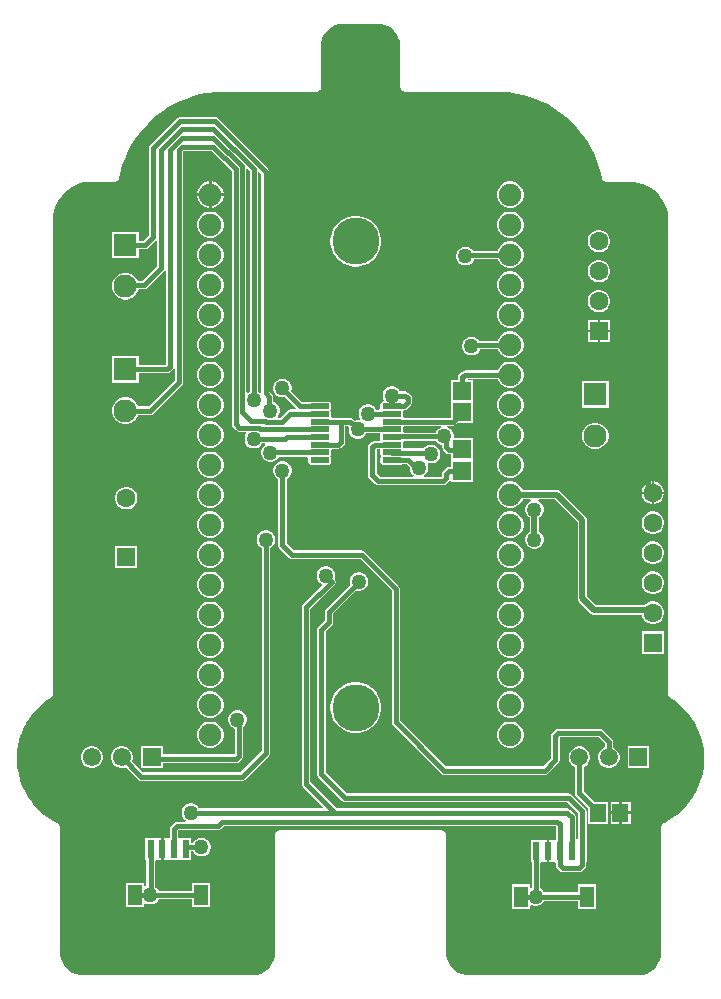
<source format=gtl>
G04*
G04 #@! TF.GenerationSoftware,Altium Limited,Altium Designer,22.0.2 (36)*
G04*
G04 Layer_Physical_Order=1*
G04 Layer_Color=255*
%FSLAX23Y23*%
%MOIN*%
G70*
G04*
G04 #@! TF.SameCoordinates,FFE58276-D16A-40DC-94CB-801E61EA4FAC*
G04*
G04*
G04 #@! TF.FilePolarity,Positive*
G04*
G01*
G75*
%ADD17R,0.024X0.061*%
%ADD18R,0.047X0.071*%
G04:AMPARAMS|DCode=19|XSize=18mil|YSize=63mil|CornerRadius=2mil|HoleSize=0mil|Usage=FLASHONLY|Rotation=90.000|XOffset=0mil|YOffset=0mil|HoleType=Round|Shape=RoundedRectangle|*
%AMROUNDEDRECTD19*
21,1,0.018,0.059,0,0,90.0*
21,1,0.014,0.063,0,0,90.0*
1,1,0.004,0.030,0.007*
1,1,0.004,0.030,-0.007*
1,1,0.004,-0.030,-0.007*
1,1,0.004,-0.030,0.007*
%
%ADD19ROUNDEDRECTD19*%
%ADD20R,0.055X0.061*%
%ADD21R,0.061X0.059*%
%ADD22R,0.061X0.061*%
%ADD38C,0.015*%
%ADD39C,0.020*%
%ADD40C,0.063*%
%ADD41R,0.063X0.063*%
%ADD42C,0.157*%
%ADD43C,0.075*%
%ADD44C,0.077*%
%ADD45R,0.077X0.077*%
%ADD46C,0.061*%
%ADD47C,0.059*%
%ADD48R,0.059X0.059*%
%ADD49C,0.050*%
G36*
X1582Y3575D02*
X1583Y3575D01*
X1584Y3575D01*
X1585Y3575D01*
X1586Y3575D01*
X1586Y3575D01*
X1586Y3575D01*
X1593Y3574D01*
X1606Y3572D01*
X1618Y3566D01*
X1629Y3559D01*
X1638Y3550D01*
X1646Y3540D01*
X1652Y3528D01*
X1656Y3516D01*
X1657Y3509D01*
X1657Y3508D01*
X1657Y3507D01*
X1657Y3506D01*
X1657Y3505D01*
X1657Y3504D01*
X1657Y3504D01*
X1657Y3504D01*
X1657Y3503D01*
X1657Y3502D01*
X1657Y3501D01*
X1657Y3500D01*
X1657Y3500D01*
Y3363D01*
X1659Y3358D01*
X1662Y3353D01*
X1667Y3349D01*
X1673Y3348D01*
X1979D01*
X1985Y3348D01*
X1988Y3348D01*
X1993Y3348D01*
X1999Y3348D01*
X2004Y3347D01*
X2007Y3347D01*
X2007Y3347D01*
X2007Y3347D01*
X2020Y3346D01*
X2046Y3342D01*
X2072Y3336D01*
X2097Y3328D01*
X2110Y3324D01*
X2123Y3318D01*
X2149Y3306D01*
X2173Y3291D01*
X2197Y3275D01*
X2219Y3257D01*
X2239Y3237D01*
X2258Y3215D01*
X2275Y3193D01*
X2283Y3181D01*
X2283Y3181D01*
X2283Y3181D01*
X2291Y3167D01*
X2306Y3138D01*
X2318Y3107D01*
X2328Y3076D01*
X2331Y3060D01*
X2331Y3059D01*
X2332Y3057D01*
X2332Y3056D01*
X2333Y3055D01*
X2334Y3054D01*
X2335Y3052D01*
X2336Y3052D01*
X2337Y3050D01*
X2339Y3050D01*
X2340Y3049D01*
X2341Y3049D01*
X2343Y3048D01*
X2344Y3048D01*
X2346Y3048D01*
X2423Y3048D01*
X2423Y3048D01*
X2423Y3048D01*
X2424Y3048D01*
X2426Y3048D01*
X2427Y3048D01*
X2429Y3048D01*
X2430Y3048D01*
X2437Y3047D01*
X2452Y3045D01*
X2466Y3041D01*
X2480Y3035D01*
X2493Y3028D01*
X2505Y3019D01*
X2516Y3009D01*
X2525Y2997D01*
X2534Y2985D01*
X2540Y2972D01*
X2546Y2958D01*
X2549Y2943D01*
X2550Y2936D01*
X2550Y2935D01*
X2550Y2932D01*
X2551Y2930D01*
X2551Y2928D01*
X2551Y2927D01*
X2551Y2926D01*
X2551Y2924D01*
X2551Y2923D01*
X2551Y2921D01*
X2551Y2920D01*
X2551Y1341D01*
X2551Y1339D01*
X2551Y1337D01*
X2552Y1336D01*
X2552Y1335D01*
X2553Y1333D01*
X2554Y1332D01*
X2555Y1331D01*
X2556Y1330D01*
X2557Y1329D01*
X2558Y1328D01*
X2569Y1321D01*
X2589Y1305D01*
X2608Y1287D01*
X2624Y1267D01*
X2631Y1257D01*
X2631Y1257D01*
X2631Y1257D01*
X2639Y1245D01*
X2651Y1221D01*
X2660Y1196D01*
X2667Y1170D01*
X2669Y1156D01*
X2669Y1154D01*
X2669Y1149D01*
X2670Y1145D01*
X2670Y1140D01*
X2670Y1138D01*
X2670Y1138D01*
X2670Y1138D01*
X2670Y1136D01*
X2671Y1133D01*
X2671Y1130D01*
X2671Y1127D01*
X2671Y1125D01*
X2671Y1125D01*
X2671Y1125D01*
X2671Y1124D01*
X2671Y1121D01*
X2671Y1119D01*
X2671Y1117D01*
X2670Y1115D01*
X2670Y1115D01*
X2670Y1115D01*
X2670Y1108D01*
X2669Y1093D01*
X2666Y1078D01*
X2663Y1063D01*
X2660Y1056D01*
X2658Y1047D01*
X2651Y1030D01*
X2643Y1014D01*
X2634Y998D01*
X2624Y983D01*
X2613Y969D01*
X2601Y956D01*
X2588Y944D01*
X2581Y938D01*
X2581Y938D01*
X2581Y938D01*
X2575Y934D01*
X2564Y926D01*
X2553Y919D01*
X2541Y912D01*
X2535Y909D01*
X2533Y908D01*
X2531Y907D01*
X2531Y906D01*
X2530Y906D01*
X2529Y904D01*
X2528Y902D01*
X2528Y901D01*
X2527Y901D01*
X2527Y898D01*
X2527Y896D01*
X2527Y478D01*
X2527Y478D01*
X2527Y478D01*
X2527Y477D01*
X2527Y476D01*
X2526Y476D01*
X2526Y475D01*
X2526Y474D01*
X2526Y468D01*
X2523Y455D01*
X2518Y443D01*
X2511Y432D01*
X2502Y422D01*
X2491Y414D01*
X2480Y408D01*
X2467Y404D01*
X2461Y403D01*
X2460Y403D01*
X2459Y403D01*
X2457Y403D01*
X2456Y403D01*
X2456Y403D01*
X2456Y403D01*
X2456Y403D01*
X2455Y403D01*
X2454Y403D01*
X2453Y403D01*
X2452Y403D01*
X2452Y403D01*
X2452Y403D01*
X2452Y403D01*
X1887D01*
X1887Y403D01*
X1887Y403D01*
X1886Y403D01*
X1885Y403D01*
X1884Y403D01*
X1883Y403D01*
X1883Y403D01*
X1876Y403D01*
X1863Y406D01*
X1851Y411D01*
X1840Y419D01*
X1831Y427D01*
X1823Y438D01*
X1817Y450D01*
X1813Y462D01*
X1812Y469D01*
X1812Y469D01*
X1812Y471D01*
X1812Y472D01*
X1812Y473D01*
X1812Y474D01*
X1812Y475D01*
X1812Y476D01*
X1812Y477D01*
X1812Y478D01*
X1812Y478D01*
X1812Y478D01*
Y870D01*
X1810Y876D01*
X1807Y881D01*
X1802Y885D01*
X1796Y886D01*
X1255D01*
X1249Y885D01*
X1244Y881D01*
X1241Y876D01*
X1240Y870D01*
X1240Y478D01*
X1240Y478D01*
X1240Y478D01*
X1240Y477D01*
X1240Y476D01*
X1240Y476D01*
X1240Y475D01*
X1240Y474D01*
X1239Y468D01*
X1236Y455D01*
X1231Y443D01*
X1224Y432D01*
X1215Y422D01*
X1205Y414D01*
X1193Y408D01*
X1181Y404D01*
X1174Y403D01*
X1173Y403D01*
X1172Y403D01*
X1171Y403D01*
X1169Y403D01*
X1169Y403D01*
X1169Y403D01*
X1169Y403D01*
X1168Y403D01*
X1167Y403D01*
X1166Y403D01*
X1165Y403D01*
X1165Y403D01*
X1165Y403D01*
X1165Y403D01*
X600D01*
X600Y403D01*
X600Y403D01*
X599Y403D01*
X598Y403D01*
X597Y403D01*
X596Y403D01*
X596Y403D01*
X589Y403D01*
X577Y406D01*
X565Y411D01*
X554Y419D01*
X544Y427D01*
X536Y438D01*
X530Y450D01*
X526Y462D01*
X525Y469D01*
X525Y469D01*
X525Y471D01*
X525Y472D01*
X525Y473D01*
X525Y474D01*
X525Y475D01*
X525Y476D01*
X525Y477D01*
X525Y478D01*
X525Y478D01*
X525Y478D01*
X525Y896D01*
X524Y898D01*
X524Y901D01*
X524Y901D01*
X524Y902D01*
X522Y904D01*
X521Y906D01*
X521Y906D01*
X520Y907D01*
X518Y908D01*
X516Y909D01*
X507Y914D01*
X489Y925D01*
X472Y937D01*
X456Y950D01*
X442Y965D01*
X429Y981D01*
X417Y998D01*
X407Y1016D01*
X398Y1035D01*
X391Y1055D01*
X386Y1075D01*
X382Y1096D01*
X381Y1106D01*
X381Y1108D01*
X381Y1113D01*
X381Y1118D01*
X381Y1123D01*
X381Y1125D01*
X381Y1125D01*
X381Y1125D01*
Y1126D01*
X381Y1127D01*
X381Y1128D01*
X381Y1129D01*
X381Y1130D01*
X381Y1130D01*
X381Y1130D01*
X381Y1132D01*
X381Y1135D01*
X381Y1139D01*
X381Y1143D01*
X381Y1144D01*
X381Y1144D01*
X381Y1144D01*
X382Y1152D01*
X384Y1168D01*
X388Y1184D01*
X392Y1199D01*
X395Y1207D01*
X397Y1212D01*
X401Y1221D01*
X405Y1230D01*
X410Y1239D01*
X412Y1243D01*
X419Y1256D01*
X437Y1280D01*
X458Y1301D01*
X481Y1320D01*
X493Y1328D01*
X494Y1329D01*
X496Y1330D01*
X497Y1331D01*
X497Y1332D01*
X498Y1333D01*
X499Y1335D01*
X499Y1336D01*
X500Y1337D01*
X500Y1339D01*
X500Y1341D01*
Y2920D01*
X500Y2920D01*
X500Y2920D01*
X500Y2921D01*
X500Y2922D01*
X500Y2924D01*
X500Y2926D01*
X500Y2927D01*
X501Y2934D01*
X503Y2949D01*
X508Y2963D01*
X513Y2977D01*
X521Y2990D01*
X530Y3002D01*
X540Y3013D01*
X551Y3022D01*
X563Y3031D01*
X577Y3037D01*
X591Y3043D01*
X605Y3046D01*
X613Y3047D01*
X614Y3047D01*
X616Y3047D01*
X618Y3048D01*
X620Y3048D01*
X621Y3048D01*
X621Y3048D01*
X621Y3048D01*
X622Y3048D01*
X624Y3048D01*
X626Y3048D01*
X627Y3048D01*
X628Y3048D01*
X706Y3048D01*
X707Y3048D01*
X709Y3048D01*
X710Y3049D01*
X711Y3049D01*
X713Y3050D01*
X714Y3050D01*
X715Y3052D01*
X716Y3052D01*
X717Y3054D01*
X718Y3055D01*
X719Y3056D01*
X720Y3057D01*
X720Y3059D01*
X721Y3060D01*
X723Y3071D01*
X728Y3091D01*
X735Y3111D01*
X743Y3131D01*
X747Y3141D01*
X752Y3151D01*
X762Y3170D01*
X774Y3189D01*
X787Y3207D01*
X801Y3224D01*
X816Y3240D01*
X832Y3256D01*
X848Y3270D01*
X857Y3276D01*
X857Y3276D01*
X857Y3276D01*
X866Y3283D01*
X885Y3296D01*
X905Y3307D01*
X925Y3317D01*
X946Y3325D01*
X967Y3333D01*
X989Y3339D01*
X1011Y3343D01*
X1022Y3345D01*
X1026Y3345D01*
X1033Y3346D01*
X1041Y3347D01*
X1048Y3347D01*
X1052Y3348D01*
X1052Y3348D01*
X1054Y3348D01*
X1059Y3348D01*
X1064Y3348D01*
X1070Y3348D01*
X1379D01*
X1385Y3349D01*
X1390Y3353D01*
X1393Y3358D01*
X1394Y3363D01*
Y3500D01*
X1394Y3500D01*
X1394Y3500D01*
X1394Y3500D01*
X1394Y3501D01*
X1394Y3502D01*
X1394Y3503D01*
X1394Y3504D01*
X1394Y3510D01*
X1397Y3523D01*
X1402Y3535D01*
X1410Y3546D01*
X1419Y3556D01*
X1429Y3564D01*
X1441Y3570D01*
X1453Y3574D01*
X1460Y3574D01*
X1460Y3574D01*
X1462Y3575D01*
X1463Y3575D01*
X1464Y3575D01*
X1465Y3575D01*
X1465D01*
X1466Y3575D01*
X1467Y3575D01*
X1467Y3575D01*
X1468Y3575D01*
X1469Y3575D01*
X1582Y3575D01*
X1582Y3575D01*
X1582Y3575D01*
D02*
G37*
%LPC*%
G36*
X1031Y3049D02*
X1029D01*
Y3009D01*
X1069D01*
Y3011D01*
X1066Y3022D01*
X1060Y3032D01*
X1052Y3040D01*
X1042Y3046D01*
X1031Y3049D01*
D02*
G37*
G36*
X1021D02*
X1019D01*
X1008Y3046D01*
X998Y3040D01*
X990Y3032D01*
X984Y3022D01*
X982Y3011D01*
Y3009D01*
X1021D01*
Y3049D01*
D02*
G37*
G36*
X2031D02*
X2019D01*
X2008Y3046D01*
X1998Y3040D01*
X1990Y3032D01*
X1984Y3022D01*
X1982Y3011D01*
Y2999D01*
X1984Y2988D01*
X1990Y2978D01*
X1998Y2970D01*
X2008Y2964D01*
X2019Y2961D01*
X2031D01*
X2042Y2964D01*
X2052Y2970D01*
X2060Y2978D01*
X2066Y2988D01*
X2069Y2999D01*
Y3011D01*
X2066Y3022D01*
X2060Y3032D01*
X2052Y3040D01*
X2042Y3046D01*
X2031Y3049D01*
D02*
G37*
G36*
X1069Y3001D02*
X1029D01*
Y2961D01*
X1031D01*
X1042Y2964D01*
X1052Y2970D01*
X1060Y2978D01*
X1066Y2988D01*
X1069Y2999D01*
Y3001D01*
D02*
G37*
G36*
X1021D02*
X982D01*
Y2999D01*
X984Y2988D01*
X990Y2978D01*
X998Y2970D01*
X1008Y2964D01*
X1019Y2961D01*
X1021D01*
Y3001D01*
D02*
G37*
G36*
X2031Y2948D02*
X2019D01*
X2008Y2946D01*
X1998Y2940D01*
X1990Y2932D01*
X1984Y2922D01*
X1982Y2911D01*
Y2899D01*
X1984Y2888D01*
X1990Y2878D01*
X1998Y2870D01*
X2008Y2864D01*
X2019Y2862D01*
X2031D01*
X2042Y2864D01*
X2052Y2870D01*
X2060Y2878D01*
X2066Y2888D01*
X2069Y2899D01*
Y2911D01*
X2066Y2922D01*
X2060Y2932D01*
X2052Y2940D01*
X2042Y2946D01*
X2031Y2948D01*
D02*
G37*
G36*
X1031D02*
X1019D01*
X1008Y2946D01*
X998Y2940D01*
X990Y2932D01*
X984Y2922D01*
X982Y2911D01*
Y2899D01*
X984Y2888D01*
X990Y2878D01*
X998Y2870D01*
X1008Y2864D01*
X1019Y2862D01*
X1031D01*
X1042Y2864D01*
X1052Y2870D01*
X1060Y2878D01*
X1066Y2888D01*
X1069Y2899D01*
Y2911D01*
X1066Y2922D01*
X1060Y2932D01*
X1052Y2940D01*
X1042Y2946D01*
X1031Y2948D01*
D02*
G37*
G36*
X2031Y2849D02*
X2019D01*
X2008Y2846D01*
X1998Y2840D01*
X1990Y2832D01*
X1984Y2822D01*
X1983Y2816D01*
X1901D01*
X1900Y2819D01*
X1894Y2825D01*
X1887Y2829D01*
X1879Y2831D01*
X1871D01*
X1863Y2829D01*
X1856Y2825D01*
X1850Y2819D01*
X1846Y2812D01*
X1844Y2804D01*
Y2796D01*
X1846Y2788D01*
X1850Y2781D01*
X1856Y2775D01*
X1863Y2771D01*
X1871Y2769D01*
X1879D01*
X1887Y2771D01*
X1894Y2775D01*
X1900Y2781D01*
X1904Y2788D01*
X1904Y2789D01*
X1984D01*
X1984Y2788D01*
X1990Y2778D01*
X1998Y2770D01*
X2008Y2764D01*
X2019Y2761D01*
X2031D01*
X2042Y2764D01*
X2052Y2770D01*
X2060Y2778D01*
X2066Y2788D01*
X2069Y2799D01*
Y2811D01*
X2066Y2822D01*
X2060Y2832D01*
X2052Y2840D01*
X2042Y2846D01*
X2031Y2849D01*
D02*
G37*
G36*
X2325Y2887D02*
X2315D01*
X2306Y2885D01*
X2297Y2880D01*
X2290Y2873D01*
X2285Y2864D01*
X2283Y2855D01*
Y2845D01*
X2285Y2836D01*
X2290Y2827D01*
X2297Y2820D01*
X2306Y2815D01*
X2315Y2813D01*
X2325D01*
X2334Y2815D01*
X2343Y2820D01*
X2350Y2827D01*
X2355Y2836D01*
X2357Y2845D01*
Y2855D01*
X2355Y2864D01*
X2350Y2873D01*
X2343Y2880D01*
X2334Y2885D01*
X2325Y2887D01*
D02*
G37*
G36*
X1518Y2935D02*
X1502D01*
X1485Y2931D01*
X1470Y2925D01*
X1456Y2916D01*
X1444Y2904D01*
X1435Y2890D01*
X1429Y2875D01*
X1425Y2858D01*
Y2842D01*
X1429Y2825D01*
X1435Y2810D01*
X1444Y2796D01*
X1456Y2784D01*
X1470Y2775D01*
X1485Y2769D01*
X1502Y2765D01*
X1518D01*
X1535Y2769D01*
X1550Y2775D01*
X1564Y2784D01*
X1576Y2796D01*
X1585Y2810D01*
X1591Y2825D01*
X1595Y2842D01*
Y2858D01*
X1591Y2875D01*
X1585Y2890D01*
X1576Y2904D01*
X1564Y2916D01*
X1550Y2925D01*
X1535Y2931D01*
X1518Y2935D01*
D02*
G37*
G36*
X1031Y2849D02*
X1019D01*
X1008Y2846D01*
X998Y2840D01*
X990Y2832D01*
X984Y2822D01*
X982Y2811D01*
Y2799D01*
X984Y2788D01*
X990Y2778D01*
X998Y2770D01*
X1008Y2764D01*
X1019Y2761D01*
X1031D01*
X1042Y2764D01*
X1052Y2770D01*
X1060Y2778D01*
X1066Y2788D01*
X1069Y2799D01*
Y2811D01*
X1066Y2822D01*
X1060Y2832D01*
X1052Y2840D01*
X1042Y2846D01*
X1031Y2849D01*
D02*
G37*
G36*
X2325Y2787D02*
X2315D01*
X2306Y2785D01*
X2297Y2780D01*
X2290Y2773D01*
X2285Y2764D01*
X2283Y2755D01*
Y2745D01*
X2285Y2736D01*
X2290Y2727D01*
X2297Y2720D01*
X2306Y2715D01*
X2315Y2713D01*
X2325D01*
X2334Y2715D01*
X2343Y2720D01*
X2350Y2727D01*
X2355Y2736D01*
X2357Y2745D01*
Y2755D01*
X2355Y2764D01*
X2350Y2773D01*
X2343Y2780D01*
X2334Y2785D01*
X2325Y2787D01*
D02*
G37*
G36*
X2031Y2749D02*
X2019D01*
X2008Y2746D01*
X1998Y2740D01*
X1990Y2732D01*
X1984Y2722D01*
X1982Y2711D01*
Y2699D01*
X1984Y2688D01*
X1990Y2678D01*
X1998Y2670D01*
X2008Y2664D01*
X2019Y2661D01*
X2031D01*
X2042Y2664D01*
X2052Y2670D01*
X2060Y2678D01*
X2066Y2688D01*
X2069Y2699D01*
Y2711D01*
X2066Y2722D01*
X2060Y2732D01*
X2052Y2740D01*
X2042Y2746D01*
X2031Y2749D01*
D02*
G37*
G36*
X1031D02*
X1019D01*
X1008Y2746D01*
X998Y2740D01*
X990Y2732D01*
X984Y2722D01*
X982Y2711D01*
Y2699D01*
X984Y2688D01*
X990Y2678D01*
X998Y2670D01*
X1008Y2664D01*
X1019Y2661D01*
X1031D01*
X1042Y2664D01*
X1052Y2670D01*
X1060Y2678D01*
X1066Y2688D01*
X1069Y2699D01*
Y2711D01*
X1066Y2722D01*
X1060Y2732D01*
X1052Y2740D01*
X1042Y2746D01*
X1031Y2749D01*
D02*
G37*
G36*
X2325Y2687D02*
X2315D01*
X2306Y2685D01*
X2297Y2680D01*
X2290Y2673D01*
X2285Y2664D01*
X2283Y2655D01*
Y2645D01*
X2285Y2636D01*
X2290Y2627D01*
X2297Y2620D01*
X2306Y2615D01*
X2315Y2613D01*
X2325D01*
X2334Y2615D01*
X2343Y2620D01*
X2350Y2627D01*
X2355Y2636D01*
X2357Y2645D01*
Y2655D01*
X2355Y2664D01*
X2350Y2673D01*
X2343Y2680D01*
X2334Y2685D01*
X2325Y2687D01*
D02*
G37*
G36*
X2031Y2648D02*
X2019D01*
X2008Y2646D01*
X1998Y2640D01*
X1990Y2632D01*
X1984Y2622D01*
X1982Y2611D01*
Y2599D01*
X1984Y2588D01*
X1990Y2578D01*
X1998Y2570D01*
X2008Y2564D01*
X2019Y2562D01*
X2031D01*
X2042Y2564D01*
X2052Y2570D01*
X2060Y2578D01*
X2066Y2588D01*
X2069Y2599D01*
Y2611D01*
X2066Y2622D01*
X2060Y2632D01*
X2052Y2640D01*
X2042Y2646D01*
X2031Y2648D01*
D02*
G37*
G36*
X1031D02*
X1019D01*
X1008Y2646D01*
X998Y2640D01*
X990Y2632D01*
X984Y2622D01*
X982Y2611D01*
Y2599D01*
X984Y2588D01*
X990Y2578D01*
X998Y2570D01*
X1008Y2564D01*
X1019Y2562D01*
X1031D01*
X1042Y2564D01*
X1052Y2570D01*
X1060Y2578D01*
X1066Y2588D01*
X1069Y2599D01*
Y2611D01*
X1066Y2622D01*
X1060Y2632D01*
X1052Y2640D01*
X1042Y2646D01*
X1031Y2648D01*
D02*
G37*
G36*
X2357Y2587D02*
X2324D01*
Y2554D01*
X2357D01*
Y2587D01*
D02*
G37*
G36*
X2316D02*
X2283D01*
Y2554D01*
X2316D01*
Y2587D01*
D02*
G37*
G36*
X2031Y2549D02*
X2019D01*
X2008Y2546D01*
X1998Y2540D01*
X1990Y2532D01*
X1984Y2522D01*
X1983Y2516D01*
X1921D01*
X1920Y2519D01*
X1914Y2525D01*
X1907Y2529D01*
X1899Y2531D01*
X1891D01*
X1883Y2529D01*
X1876Y2525D01*
X1870Y2519D01*
X1866Y2512D01*
X1864Y2504D01*
Y2496D01*
X1866Y2488D01*
X1870Y2481D01*
X1876Y2475D01*
X1883Y2471D01*
X1891Y2469D01*
X1899D01*
X1907Y2471D01*
X1914Y2475D01*
X1920Y2481D01*
X1924Y2488D01*
X1924Y2489D01*
X1984D01*
X1984Y2488D01*
X1990Y2478D01*
X1998Y2470D01*
X2008Y2464D01*
X2019Y2461D01*
X2031D01*
X2042Y2464D01*
X2052Y2470D01*
X2060Y2478D01*
X2066Y2488D01*
X2069Y2499D01*
Y2511D01*
X2066Y2522D01*
X2060Y2532D01*
X2052Y2540D01*
X2042Y2546D01*
X2031Y2549D01*
D02*
G37*
G36*
X2357Y2546D02*
X2324D01*
Y2513D01*
X2357D01*
Y2546D01*
D02*
G37*
G36*
X2316D02*
X2283D01*
Y2513D01*
X2316D01*
Y2546D01*
D02*
G37*
G36*
X1031Y2549D02*
X1019D01*
X1008Y2546D01*
X998Y2540D01*
X990Y2532D01*
X984Y2522D01*
X982Y2511D01*
Y2499D01*
X984Y2488D01*
X990Y2478D01*
X998Y2470D01*
X1008Y2464D01*
X1019Y2461D01*
X1031D01*
X1042Y2464D01*
X1052Y2470D01*
X1060Y2478D01*
X1066Y2488D01*
X1069Y2499D01*
Y2511D01*
X1066Y2522D01*
X1060Y2532D01*
X1052Y2540D01*
X1042Y2546D01*
X1031Y2549D01*
D02*
G37*
G36*
X1040Y3264D02*
X925D01*
X920Y3263D01*
X916Y3260D01*
X916Y3260D01*
X825Y3169D01*
X822Y3165D01*
X821Y3160D01*
Y2871D01*
X802Y2851D01*
X787D01*
Y2882D01*
X698D01*
Y2793D01*
X787D01*
Y2824D01*
X808D01*
X813Y2825D01*
X817Y2828D01*
X841Y2852D01*
X846Y2850D01*
Y2766D01*
X798Y2717D01*
X784D01*
X778Y2727D01*
X770Y2735D01*
X760Y2741D01*
X748Y2744D01*
X737D01*
X725Y2741D01*
X715Y2735D01*
X707Y2727D01*
X701Y2717D01*
X698Y2706D01*
Y2694D01*
X701Y2683D01*
X707Y2673D01*
X715Y2664D01*
X725Y2659D01*
X737Y2655D01*
X748D01*
X760Y2659D01*
X770Y2664D01*
X778Y2673D01*
X784Y2683D01*
X786Y2690D01*
X803D01*
X809Y2691D01*
X813Y2694D01*
X870Y2750D01*
X871Y2753D01*
X876Y2751D01*
Y2437D01*
X876Y2437D01*
X787D01*
Y2467D01*
X698D01*
Y2378D01*
X787D01*
Y2409D01*
X881D01*
X886Y2410D01*
X891Y2413D01*
X900Y2422D01*
X901Y2424D01*
X906Y2423D01*
Y2386D01*
X819Y2299D01*
X785D01*
X784Y2302D01*
X778Y2312D01*
X770Y2321D01*
X760Y2326D01*
X748Y2329D01*
X737D01*
X725Y2326D01*
X715Y2321D01*
X707Y2312D01*
X701Y2302D01*
X698Y2291D01*
Y2279D01*
X701Y2268D01*
X707Y2258D01*
X715Y2249D01*
X725Y2244D01*
X737Y2241D01*
X748D01*
X760Y2244D01*
X770Y2249D01*
X778Y2258D01*
X784Y2268D01*
X785Y2271D01*
X825D01*
X830Y2272D01*
X835Y2275D01*
X930Y2370D01*
X933Y2375D01*
X934Y2380D01*
Y3149D01*
X936Y3151D01*
X1029D01*
X1096Y3084D01*
Y2240D01*
X1097Y2235D01*
X1100Y2230D01*
X1112Y2219D01*
X1112Y2219D01*
X1116Y2216D01*
X1122Y2215D01*
X1122Y2215D01*
X1144D01*
X1146Y2210D01*
X1145Y2209D01*
X1141Y2202D01*
X1139Y2194D01*
Y2186D01*
X1141Y2178D01*
X1145Y2171D01*
X1151Y2165D01*
X1158Y2161D01*
X1166Y2159D01*
X1174D01*
X1182Y2161D01*
X1189Y2165D01*
X1195Y2171D01*
X1198Y2176D01*
X1207D01*
X1208Y2171D01*
X1206Y2170D01*
X1200Y2164D01*
X1196Y2157D01*
X1194Y2149D01*
Y2141D01*
X1196Y2133D01*
X1200Y2126D01*
X1206Y2120D01*
X1213Y2116D01*
X1221Y2114D01*
X1229D01*
X1237Y2116D01*
X1244Y2120D01*
X1250Y2126D01*
X1253Y2132D01*
X1348D01*
X1352Y2127D01*
Y2114D01*
X1353Y2110D01*
X1355Y2108D01*
X1357Y2106D01*
X1360Y2105D01*
X1419D01*
X1423Y2106D01*
X1425Y2108D01*
X1427Y2110D01*
X1428Y2114D01*
Y2127D01*
X1427Y2130D01*
X1425Y2133D01*
X1427Y2136D01*
X1428Y2139D01*
Y2153D01*
X1431Y2158D01*
X1451D01*
X1456Y2159D01*
X1461Y2162D01*
X1470Y2171D01*
X1473Y2175D01*
X1474Y2180D01*
Y2235D01*
X1483D01*
X1487Y2230D01*
X1486Y2227D01*
Y2219D01*
X1488Y2211D01*
X1492Y2204D01*
X1498Y2198D01*
X1505Y2194D01*
X1513Y2192D01*
X1521D01*
X1529Y2194D01*
X1536Y2198D01*
X1542Y2204D01*
X1545Y2209D01*
X1589D01*
X1592Y2204D01*
Y2190D01*
X1589Y2185D01*
X1574D01*
X1569Y2184D01*
X1564Y2181D01*
X1555Y2173D01*
X1552Y2168D01*
X1551Y2163D01*
Y2070D01*
X1552Y2065D01*
X1555Y2060D01*
X1575Y2040D01*
X1580Y2037D01*
X1585Y2036D01*
X1585Y2036D01*
X1801D01*
X1806Y2037D01*
X1811Y2040D01*
X1820Y2049D01*
X1823Y2054D01*
X1823Y2057D01*
X1828Y2057D01*
Y2047D01*
X1902D01*
Y2120D01*
Y2193D01*
X1838D01*
X1836Y2196D01*
Y2204D01*
X1834Y2212D01*
X1830Y2219D01*
X1824Y2225D01*
X1817Y2229D01*
X1814Y2230D01*
X1815Y2235D01*
X1833D01*
X1838Y2236D01*
X1843Y2239D01*
X1848Y2244D01*
X1902D01*
Y2315D01*
Y2386D01*
X1886D01*
X1884Y2391D01*
X1884Y2391D01*
X1984D01*
X1984Y2388D01*
X1990Y2378D01*
X1998Y2370D01*
X2008Y2364D01*
X2019Y2362D01*
X2031D01*
X2042Y2364D01*
X2052Y2370D01*
X2060Y2378D01*
X2066Y2388D01*
X2069Y2399D01*
Y2411D01*
X2066Y2422D01*
X2060Y2432D01*
X2052Y2440D01*
X2042Y2446D01*
X2031Y2448D01*
X2019D01*
X2008Y2446D01*
X1998Y2440D01*
X1990Y2432D01*
X1984Y2422D01*
X1984Y2419D01*
X1874D01*
X1869Y2418D01*
X1864Y2415D01*
X1855Y2406D01*
X1852Y2401D01*
X1851Y2396D01*
Y2386D01*
X1828D01*
Y2315D01*
Y2264D01*
X1827Y2262D01*
X1671D01*
X1668Y2267D01*
Y2281D01*
X1667Y2282D01*
X1670Y2287D01*
X1671Y2287D01*
X1676Y2288D01*
X1681Y2291D01*
X1694Y2304D01*
X1694Y2304D01*
X1697Y2309D01*
X1698Y2314D01*
Y2326D01*
X1697Y2331D01*
X1694Y2336D01*
X1685Y2345D01*
X1680Y2348D01*
X1675Y2349D01*
X1658D01*
X1655Y2354D01*
X1649Y2360D01*
X1642Y2364D01*
X1634Y2366D01*
X1626D01*
X1618Y2364D01*
X1611Y2360D01*
X1605Y2354D01*
X1601Y2347D01*
X1599Y2339D01*
Y2331D01*
X1601Y2323D01*
X1603Y2320D01*
X1601Y2315D01*
X1597Y2314D01*
X1595Y2312D01*
X1593Y2310D01*
X1592Y2306D01*
Y2293D01*
X1588Y2288D01*
X1578D01*
X1575Y2294D01*
X1569Y2300D01*
X1562Y2304D01*
X1554Y2306D01*
X1546D01*
X1538Y2304D01*
X1531Y2300D01*
X1525Y2294D01*
X1521Y2287D01*
X1519Y2279D01*
Y2271D01*
X1521Y2263D01*
X1524Y2258D01*
X1522Y2255D01*
X1521Y2254D01*
X1513D01*
X1507Y2252D01*
X1501Y2258D01*
X1501Y2258D01*
X1497Y2261D01*
X1492Y2262D01*
X1431D01*
X1428Y2267D01*
Y2281D01*
X1427Y2284D01*
X1425Y2287D01*
X1427Y2290D01*
X1428Y2293D01*
Y2306D01*
X1427Y2310D01*
X1425Y2312D01*
X1423Y2314D01*
X1419Y2315D01*
X1360D01*
X1357Y2314D01*
X1356Y2313D01*
X1331D01*
X1294Y2350D01*
X1296Y2356D01*
Y2364D01*
X1294Y2372D01*
X1290Y2379D01*
X1284Y2385D01*
X1277Y2389D01*
X1269Y2391D01*
X1261D01*
X1253Y2389D01*
X1246Y2385D01*
X1240Y2379D01*
X1236Y2372D01*
X1234Y2364D01*
Y2356D01*
X1236Y2348D01*
X1240Y2341D01*
X1246Y2335D01*
X1253Y2331D01*
X1261Y2329D01*
X1269D01*
X1275Y2331D01*
X1312Y2294D01*
X1310Y2289D01*
X1291D01*
X1291Y2289D01*
X1286Y2288D01*
X1281Y2285D01*
X1257Y2260D01*
X1251D01*
X1249Y2265D01*
X1250Y2266D01*
X1254Y2273D01*
X1256Y2281D01*
Y2289D01*
X1254Y2297D01*
X1250Y2304D01*
X1244Y2310D01*
X1237Y2314D01*
X1235Y2314D01*
Y2332D01*
X1235Y2332D01*
X1234Y2338D01*
X1231Y2342D01*
X1231Y2342D01*
X1222Y2351D01*
Y3081D01*
X1221Y3086D01*
X1218Y3091D01*
X1049Y3260D01*
X1045Y3263D01*
X1040Y3264D01*
D02*
G37*
G36*
X1031Y2448D02*
X1019D01*
X1008Y2446D01*
X998Y2440D01*
X990Y2432D01*
X984Y2422D01*
X982Y2411D01*
Y2399D01*
X984Y2388D01*
X990Y2378D01*
X998Y2370D01*
X1008Y2364D01*
X1019Y2362D01*
X1031D01*
X1042Y2364D01*
X1052Y2370D01*
X1060Y2378D01*
X1066Y2388D01*
X1069Y2399D01*
Y2411D01*
X1066Y2422D01*
X1060Y2432D01*
X1052Y2440D01*
X1042Y2446D01*
X1031Y2448D01*
D02*
G37*
G36*
X2353Y2383D02*
X2264D01*
Y2295D01*
X2353D01*
Y2383D01*
D02*
G37*
G36*
X2031Y2349D02*
X2019D01*
X2008Y2346D01*
X1998Y2340D01*
X1990Y2332D01*
X1984Y2322D01*
X1982Y2311D01*
Y2299D01*
X1984Y2288D01*
X1990Y2278D01*
X1998Y2270D01*
X2008Y2264D01*
X2019Y2261D01*
X2031D01*
X2042Y2264D01*
X2052Y2270D01*
X2060Y2278D01*
X2066Y2288D01*
X2069Y2299D01*
Y2311D01*
X2066Y2322D01*
X2060Y2332D01*
X2052Y2340D01*
X2042Y2346D01*
X2031Y2349D01*
D02*
G37*
G36*
X1031D02*
X1019D01*
X1008Y2346D01*
X998Y2340D01*
X990Y2332D01*
X984Y2322D01*
X982Y2311D01*
Y2299D01*
X984Y2288D01*
X990Y2278D01*
X998Y2270D01*
X1008Y2264D01*
X1019Y2261D01*
X1031D01*
X1042Y2264D01*
X1052Y2270D01*
X1060Y2278D01*
X1066Y2288D01*
X1069Y2299D01*
Y2311D01*
X1066Y2322D01*
X1060Y2332D01*
X1052Y2340D01*
X1042Y2346D01*
X1031Y2349D01*
D02*
G37*
G36*
X2031Y2249D02*
X2019D01*
X2008Y2246D01*
X1998Y2240D01*
X1990Y2232D01*
X1984Y2222D01*
X1982Y2211D01*
Y2199D01*
X1984Y2188D01*
X1990Y2178D01*
X1998Y2170D01*
X2008Y2164D01*
X2019Y2161D01*
X2031D01*
X2042Y2164D01*
X2052Y2170D01*
X2060Y2178D01*
X2066Y2188D01*
X2069Y2199D01*
Y2211D01*
X2066Y2222D01*
X2060Y2232D01*
X2052Y2240D01*
X2042Y2246D01*
X2031Y2249D01*
D02*
G37*
G36*
X1031D02*
X1019D01*
X1008Y2246D01*
X998Y2240D01*
X990Y2232D01*
X984Y2222D01*
X982Y2211D01*
Y2199D01*
X984Y2188D01*
X990Y2178D01*
X998Y2170D01*
X1008Y2164D01*
X1019Y2161D01*
X1031D01*
X1042Y2164D01*
X1052Y2170D01*
X1060Y2178D01*
X1066Y2188D01*
X1069Y2199D01*
Y2211D01*
X1066Y2222D01*
X1060Y2232D01*
X1052Y2240D01*
X1042Y2246D01*
X1031Y2249D01*
D02*
G37*
G36*
X2314Y2245D02*
X2302D01*
X2291Y2242D01*
X2281Y2237D01*
X2273Y2228D01*
X2267Y2218D01*
X2264Y2207D01*
Y2195D01*
X2267Y2184D01*
X2273Y2174D01*
X2281Y2166D01*
X2291Y2160D01*
X2302Y2157D01*
X2314D01*
X2325Y2160D01*
X2335Y2166D01*
X2344Y2174D01*
X2350Y2184D01*
X2353Y2195D01*
Y2207D01*
X2350Y2218D01*
X2344Y2228D01*
X2335Y2237D01*
X2325Y2242D01*
X2314Y2245D01*
D02*
G37*
G36*
X2031Y2148D02*
X2019D01*
X2008Y2146D01*
X1998Y2140D01*
X1990Y2132D01*
X1984Y2122D01*
X1982Y2111D01*
Y2099D01*
X1984Y2088D01*
X1990Y2078D01*
X1998Y2070D01*
X2008Y2064D01*
X2019Y2062D01*
X2031D01*
X2042Y2064D01*
X2052Y2070D01*
X2060Y2078D01*
X2066Y2088D01*
X2069Y2099D01*
Y2111D01*
X2066Y2122D01*
X2060Y2132D01*
X2052Y2140D01*
X2042Y2146D01*
X2031Y2148D01*
D02*
G37*
G36*
X1031D02*
X1019D01*
X1008Y2146D01*
X998Y2140D01*
X990Y2132D01*
X984Y2122D01*
X982Y2111D01*
Y2099D01*
X984Y2088D01*
X990Y2078D01*
X998Y2070D01*
X1008Y2064D01*
X1019Y2062D01*
X1031D01*
X1042Y2064D01*
X1052Y2070D01*
X1060Y2078D01*
X1066Y2088D01*
X1069Y2099D01*
Y2111D01*
X1066Y2122D01*
X1060Y2132D01*
X1052Y2140D01*
X1042Y2146D01*
X1031Y2148D01*
D02*
G37*
G36*
X2505Y2049D02*
X2504D01*
Y2015D01*
X2537D01*
Y2016D01*
X2535Y2025D01*
X2530Y2034D01*
X2523Y2041D01*
X2514Y2046D01*
X2505Y2049D01*
D02*
G37*
G36*
X2496D02*
X2495D01*
X2486Y2046D01*
X2477Y2041D01*
X2470Y2034D01*
X2465Y2025D01*
X2463Y2016D01*
Y2015D01*
X2496D01*
Y2049D01*
D02*
G37*
G36*
X2537Y2007D02*
X2504D01*
Y1974D01*
X2505D01*
X2514Y1976D01*
X2523Y1981D01*
X2530Y1988D01*
X2535Y1997D01*
X2537Y2006D01*
Y2007D01*
D02*
G37*
G36*
X2496D02*
X2463D01*
Y2006D01*
X2465Y1997D01*
X2470Y1988D01*
X2477Y1981D01*
X2486Y1976D01*
X2495Y1974D01*
X2496D01*
Y2007D01*
D02*
G37*
G36*
X1031Y2049D02*
X1019D01*
X1008Y2046D01*
X998Y2040D01*
X990Y2032D01*
X984Y2022D01*
X982Y2011D01*
Y1999D01*
X984Y1988D01*
X990Y1978D01*
X998Y1970D01*
X1008Y1964D01*
X1019Y1962D01*
X1031D01*
X1042Y1964D01*
X1052Y1970D01*
X1060Y1978D01*
X1066Y1988D01*
X1069Y1999D01*
Y2011D01*
X1066Y2022D01*
X1060Y2032D01*
X1052Y2040D01*
X1042Y2046D01*
X1031Y2049D01*
D02*
G37*
G36*
X750Y2031D02*
X740D01*
X731Y2028D01*
X722Y2023D01*
X715Y2016D01*
X710Y2008D01*
X708Y1998D01*
Y1988D01*
X710Y1979D01*
X715Y1970D01*
X722Y1963D01*
X731Y1958D01*
X740Y1956D01*
X750D01*
X759Y1958D01*
X768Y1963D01*
X775Y1970D01*
X780Y1979D01*
X782Y1988D01*
Y1998D01*
X780Y2008D01*
X775Y2016D01*
X768Y2023D01*
X759Y2028D01*
X750Y2031D01*
D02*
G37*
G36*
X2505Y1949D02*
X2495D01*
X2486Y1946D01*
X2477Y1941D01*
X2470Y1934D01*
X2465Y1925D01*
X2463Y1916D01*
Y1906D01*
X2465Y1897D01*
X2470Y1888D01*
X2477Y1881D01*
X2486Y1876D01*
X2495Y1874D01*
X2505D01*
X2514Y1876D01*
X2523Y1881D01*
X2530Y1888D01*
X2535Y1897D01*
X2537Y1906D01*
Y1916D01*
X2535Y1925D01*
X2530Y1934D01*
X2523Y1941D01*
X2514Y1946D01*
X2505Y1949D01*
D02*
G37*
G36*
X2031Y1949D02*
X2019D01*
X2008Y1946D01*
X1998Y1940D01*
X1990Y1932D01*
X1984Y1922D01*
X1982Y1911D01*
Y1899D01*
X1984Y1888D01*
X1990Y1878D01*
X1998Y1870D01*
X2008Y1864D01*
X2019Y1862D01*
X2031D01*
X2042Y1864D01*
X2052Y1870D01*
X2060Y1878D01*
X2066Y1888D01*
X2069Y1899D01*
Y1911D01*
X2066Y1922D01*
X2060Y1932D01*
X2052Y1940D01*
X2042Y1946D01*
X2031Y1949D01*
D02*
G37*
G36*
X1031D02*
X1019D01*
X1008Y1946D01*
X998Y1940D01*
X990Y1932D01*
X984Y1922D01*
X982Y1911D01*
Y1899D01*
X984Y1888D01*
X990Y1878D01*
X998Y1870D01*
X1008Y1864D01*
X1019Y1862D01*
X1031D01*
X1042Y1864D01*
X1052Y1870D01*
X1060Y1878D01*
X1066Y1888D01*
X1069Y1899D01*
Y1911D01*
X1066Y1922D01*
X1060Y1932D01*
X1052Y1940D01*
X1042Y1946D01*
X1031Y1949D01*
D02*
G37*
G36*
X2505Y1849D02*
X2495D01*
X2486Y1846D01*
X2477Y1841D01*
X2470Y1834D01*
X2465Y1825D01*
X2463Y1816D01*
Y1806D01*
X2465Y1797D01*
X2470Y1788D01*
X2477Y1781D01*
X2486Y1776D01*
X2495Y1774D01*
X2505D01*
X2514Y1776D01*
X2523Y1781D01*
X2530Y1788D01*
X2535Y1797D01*
X2537Y1806D01*
Y1816D01*
X2535Y1825D01*
X2530Y1834D01*
X2523Y1841D01*
X2514Y1846D01*
X2505Y1849D01*
D02*
G37*
G36*
X2031Y1849D02*
X2019D01*
X2008Y1846D01*
X1998Y1840D01*
X1990Y1832D01*
X1984Y1822D01*
X1982Y1811D01*
Y1799D01*
X1984Y1788D01*
X1990Y1778D01*
X1998Y1770D01*
X2008Y1764D01*
X2019Y1762D01*
X2031D01*
X2042Y1764D01*
X2052Y1770D01*
X2060Y1778D01*
X2066Y1788D01*
X2069Y1799D01*
Y1811D01*
X2066Y1822D01*
X2060Y1832D01*
X2052Y1840D01*
X2042Y1846D01*
X2031Y1849D01*
D02*
G37*
G36*
X1031D02*
X1019D01*
X1008Y1846D01*
X998Y1840D01*
X990Y1832D01*
X984Y1822D01*
X982Y1811D01*
Y1799D01*
X984Y1788D01*
X990Y1778D01*
X998Y1770D01*
X1008Y1764D01*
X1019Y1762D01*
X1031D01*
X1042Y1764D01*
X1052Y1770D01*
X1060Y1778D01*
X1066Y1788D01*
X1069Y1799D01*
Y1811D01*
X1066Y1822D01*
X1060Y1832D01*
X1052Y1840D01*
X1042Y1846D01*
X1031Y1849D01*
D02*
G37*
G36*
X782Y1834D02*
X708D01*
Y1759D01*
X782D01*
Y1834D01*
D02*
G37*
G36*
X1414Y1766D02*
X1406D01*
X1398Y1764D01*
X1391Y1760D01*
X1385Y1754D01*
X1381Y1747D01*
X1379Y1739D01*
Y1731D01*
X1381Y1723D01*
X1385Y1716D01*
X1391Y1710D01*
X1396Y1707D01*
X1397Y1702D01*
X1334Y1639D01*
X1331Y1634D01*
X1330Y1629D01*
Y1041D01*
X1331Y1036D01*
X1334Y1031D01*
X1402Y963D01*
X1400Y959D01*
X988D01*
X985Y964D01*
X979Y970D01*
X972Y974D01*
X964Y976D01*
X956D01*
X948Y974D01*
X941Y970D01*
X935Y964D01*
X931Y957D01*
X929Y949D01*
Y941D01*
X931Y933D01*
X935Y926D01*
X941Y920D01*
X943Y919D01*
X942Y914D01*
X913D01*
X908Y913D01*
X904Y910D01*
X895Y901D01*
X892Y896D01*
X891Y891D01*
Y863D01*
X887Y859D01*
X883D01*
X882Y859D01*
X869D01*
Y823D01*
Y786D01*
X882D01*
X883Y786D01*
X887D01*
X888Y786D01*
X921D01*
X922Y786D01*
X926D01*
X927Y786D01*
X962D01*
Y816D01*
X967D01*
X970Y811D01*
X976Y805D01*
X983Y801D01*
X991Y799D01*
X999D01*
X1007Y801D01*
X1014Y805D01*
X1020Y811D01*
X1024Y818D01*
X1026Y826D01*
Y834D01*
X1024Y842D01*
X1020Y849D01*
X1014Y855D01*
X1007Y859D01*
X999Y861D01*
X991D01*
X983Y859D01*
X976Y855D01*
X970Y849D01*
X967Y844D01*
X962D01*
Y859D01*
X927D01*
X926Y859D01*
X922D01*
X918Y863D01*
Y886D01*
X919Y886D01*
X1050D01*
X1055Y887D01*
X1060Y890D01*
X1071Y901D01*
X2175D01*
X2176Y901D01*
Y858D01*
X2173Y854D01*
X2168D01*
X2167Y854D01*
X2155D01*
Y818D01*
Y781D01*
X2167D01*
X2168Y781D01*
X2172D01*
X2176Y777D01*
Y769D01*
X2177Y764D01*
X2180Y759D01*
X2189Y750D01*
X2193Y747D01*
X2199Y746D01*
X2255D01*
X2260Y747D01*
X2265Y750D01*
X2274Y759D01*
X2277Y764D01*
X2278Y769D01*
Y779D01*
X2278Y780D01*
X2279Y785D01*
Y950D01*
X2278Y955D01*
X2275Y960D01*
X2230Y1005D01*
X2225Y1008D01*
X2220Y1009D01*
X1481D01*
X1409Y1081D01*
Y1549D01*
X1430Y1570D01*
X1430Y1570D01*
X1433Y1575D01*
X1434Y1580D01*
Y1609D01*
X1510Y1686D01*
X1516Y1684D01*
X1524D01*
X1532Y1686D01*
X1539Y1690D01*
X1545Y1696D01*
X1549Y1703D01*
X1551Y1711D01*
Y1719D01*
X1549Y1727D01*
X1545Y1734D01*
X1539Y1740D01*
X1532Y1744D01*
X1524Y1746D01*
X1516D01*
X1508Y1744D01*
X1501Y1740D01*
X1495Y1734D01*
X1491Y1727D01*
X1489Y1719D01*
Y1711D01*
X1491Y1705D01*
X1410Y1625D01*
X1407Y1620D01*
X1406Y1615D01*
Y1586D01*
X1385Y1565D01*
X1382Y1560D01*
X1381Y1555D01*
Y1075D01*
X1382Y1070D01*
X1385Y1065D01*
X1465Y985D01*
X1470Y982D01*
X1475Y981D01*
X1475Y981D01*
X2214D01*
X2251Y944D01*
Y858D01*
X2247Y855D01*
X2246Y856D01*
X2243Y858D01*
Y931D01*
X2243Y931D01*
X2242Y936D01*
X2239Y940D01*
X2239Y940D01*
X2225Y955D01*
X2220Y958D01*
X2215Y959D01*
X1446D01*
X1358Y1047D01*
Y1623D01*
X1439Y1704D01*
X1442Y1709D01*
X1443Y1714D01*
X1442Y1719D01*
X1439Y1723D01*
X1439Y1723D01*
X1441Y1731D01*
Y1739D01*
X1439Y1747D01*
X1435Y1754D01*
X1429Y1760D01*
X1422Y1764D01*
X1414Y1766D01*
D02*
G37*
G36*
X2505Y1749D02*
X2495D01*
X2486Y1746D01*
X2477Y1741D01*
X2470Y1734D01*
X2465Y1725D01*
X2463Y1716D01*
Y1706D01*
X2465Y1697D01*
X2470Y1688D01*
X2477Y1681D01*
X2486Y1676D01*
X2495Y1674D01*
X2505D01*
X2514Y1676D01*
X2523Y1681D01*
X2530Y1688D01*
X2535Y1697D01*
X2537Y1706D01*
Y1716D01*
X2535Y1725D01*
X2530Y1734D01*
X2523Y1741D01*
X2514Y1746D01*
X2505Y1749D01*
D02*
G37*
G36*
X2031Y1748D02*
X2019D01*
X2008Y1746D01*
X1998Y1740D01*
X1990Y1732D01*
X1984Y1722D01*
X1982Y1711D01*
Y1699D01*
X1984Y1688D01*
X1990Y1678D01*
X1998Y1670D01*
X2008Y1664D01*
X2019Y1661D01*
X2031D01*
X2042Y1664D01*
X2052Y1670D01*
X2060Y1678D01*
X2066Y1688D01*
X2069Y1699D01*
Y1711D01*
X2066Y1722D01*
X2060Y1732D01*
X2052Y1740D01*
X2042Y1746D01*
X2031Y1748D01*
D02*
G37*
G36*
X1031D02*
X1019D01*
X1008Y1746D01*
X998Y1740D01*
X990Y1732D01*
X984Y1722D01*
X982Y1711D01*
Y1699D01*
X984Y1688D01*
X990Y1678D01*
X998Y1670D01*
X1008Y1664D01*
X1019Y1661D01*
X1031D01*
X1042Y1664D01*
X1052Y1670D01*
X1060Y1678D01*
X1066Y1688D01*
X1069Y1699D01*
Y1711D01*
X1066Y1722D01*
X1060Y1732D01*
X1052Y1740D01*
X1042Y1746D01*
X1031Y1748D01*
D02*
G37*
G36*
X2031Y2049D02*
X2019D01*
X2008Y2046D01*
X1998Y2040D01*
X1990Y2032D01*
X1984Y2022D01*
X1982Y2011D01*
Y1999D01*
X1984Y1988D01*
X1990Y1978D01*
X1998Y1970D01*
X2008Y1964D01*
X2019Y1962D01*
X2031D01*
X2042Y1964D01*
X2052Y1970D01*
X2060Y1978D01*
X2066Y1988D01*
X2066Y1989D01*
X2090D01*
X2093Y1984D01*
X2093Y1984D01*
X2086Y1980D01*
X2080Y1974D01*
X2076Y1967D01*
X2074Y1959D01*
Y1951D01*
X2076Y1943D01*
X2080Y1936D01*
X2086Y1930D01*
X2089Y1929D01*
Y1881D01*
X2086Y1880D01*
X2080Y1874D01*
X2076Y1867D01*
X2074Y1859D01*
Y1851D01*
X2076Y1843D01*
X2080Y1836D01*
X2086Y1830D01*
X2093Y1826D01*
X2101Y1824D01*
X2109D01*
X2117Y1826D01*
X2124Y1830D01*
X2130Y1836D01*
X2134Y1843D01*
X2136Y1851D01*
Y1859D01*
X2134Y1867D01*
X2130Y1874D01*
X2124Y1880D01*
X2121Y1881D01*
Y1929D01*
X2124Y1930D01*
X2130Y1936D01*
X2134Y1943D01*
X2136Y1951D01*
Y1959D01*
X2134Y1967D01*
X2130Y1974D01*
X2124Y1980D01*
X2117Y1984D01*
X2117Y1984D01*
X2120Y1989D01*
X2173D01*
X2249Y1913D01*
Y1660D01*
X2250Y1654D01*
X2253Y1648D01*
X2293Y1608D01*
X2299Y1605D01*
X2305Y1604D01*
X2463D01*
X2465Y1597D01*
X2470Y1588D01*
X2477Y1581D01*
X2486Y1576D01*
X2495Y1574D01*
X2505D01*
X2514Y1576D01*
X2523Y1581D01*
X2530Y1588D01*
X2535Y1597D01*
X2537Y1606D01*
Y1616D01*
X2535Y1625D01*
X2530Y1634D01*
X2523Y1641D01*
X2514Y1646D01*
X2505Y1649D01*
X2495D01*
X2486Y1646D01*
X2477Y1641D01*
X2472Y1636D01*
X2312D01*
X2281Y1667D01*
Y1920D01*
X2281Y1920D01*
X2280Y1926D01*
X2277Y1932D01*
X2192Y2017D01*
X2186Y2020D01*
X2180Y2021D01*
X2066D01*
X2066Y2022D01*
X2060Y2032D01*
X2052Y2040D01*
X2042Y2046D01*
X2031Y2049D01*
D02*
G37*
G36*
Y1648D02*
X2019D01*
X2008Y1646D01*
X1998Y1640D01*
X1990Y1632D01*
X1984Y1622D01*
X1982Y1611D01*
Y1599D01*
X1984Y1588D01*
X1990Y1578D01*
X1998Y1570D01*
X2008Y1564D01*
X2019Y1561D01*
X2031D01*
X2042Y1564D01*
X2052Y1570D01*
X2060Y1578D01*
X2066Y1588D01*
X2069Y1599D01*
Y1611D01*
X2066Y1622D01*
X2060Y1632D01*
X2052Y1640D01*
X2042Y1646D01*
X2031Y1648D01*
D02*
G37*
G36*
X1031D02*
X1019D01*
X1008Y1646D01*
X998Y1640D01*
X990Y1632D01*
X984Y1622D01*
X982Y1611D01*
Y1599D01*
X984Y1588D01*
X990Y1578D01*
X998Y1570D01*
X1008Y1564D01*
X1019Y1561D01*
X1031D01*
X1042Y1564D01*
X1052Y1570D01*
X1060Y1578D01*
X1066Y1588D01*
X1069Y1599D01*
Y1611D01*
X1066Y1622D01*
X1060Y1632D01*
X1052Y1640D01*
X1042Y1646D01*
X1031Y1648D01*
D02*
G37*
G36*
X2537Y1549D02*
X2463D01*
Y1474D01*
X2537D01*
Y1549D01*
D02*
G37*
G36*
X2031Y1548D02*
X2019D01*
X2008Y1546D01*
X1998Y1540D01*
X1990Y1532D01*
X1984Y1522D01*
X1982Y1511D01*
Y1499D01*
X1984Y1488D01*
X1990Y1478D01*
X1998Y1470D01*
X2008Y1464D01*
X2019Y1462D01*
X2031D01*
X2042Y1464D01*
X2052Y1470D01*
X2060Y1478D01*
X2066Y1488D01*
X2069Y1499D01*
Y1511D01*
X2066Y1522D01*
X2060Y1532D01*
X2052Y1540D01*
X2042Y1546D01*
X2031Y1548D01*
D02*
G37*
G36*
X1031D02*
X1019D01*
X1008Y1546D01*
X998Y1540D01*
X990Y1532D01*
X984Y1522D01*
X982Y1511D01*
Y1499D01*
X984Y1488D01*
X990Y1478D01*
X998Y1470D01*
X1008Y1464D01*
X1019Y1462D01*
X1031D01*
X1042Y1464D01*
X1052Y1470D01*
X1060Y1478D01*
X1066Y1488D01*
X1069Y1499D01*
Y1511D01*
X1066Y1522D01*
X1060Y1532D01*
X1052Y1540D01*
X1042Y1546D01*
X1031Y1548D01*
D02*
G37*
G36*
X2031Y1449D02*
X2019D01*
X2008Y1446D01*
X1998Y1440D01*
X1990Y1432D01*
X1984Y1422D01*
X1982Y1411D01*
Y1399D01*
X1984Y1388D01*
X1990Y1378D01*
X1998Y1370D01*
X2008Y1364D01*
X2019Y1362D01*
X2031D01*
X2042Y1364D01*
X2052Y1370D01*
X2060Y1378D01*
X2066Y1388D01*
X2069Y1399D01*
Y1411D01*
X2066Y1422D01*
X2060Y1432D01*
X2052Y1440D01*
X2042Y1446D01*
X2031Y1449D01*
D02*
G37*
G36*
X1031D02*
X1019D01*
X1008Y1446D01*
X998Y1440D01*
X990Y1432D01*
X984Y1422D01*
X982Y1411D01*
Y1399D01*
X984Y1388D01*
X990Y1378D01*
X998Y1370D01*
X1008Y1364D01*
X1019Y1362D01*
X1031D01*
X1042Y1364D01*
X1052Y1370D01*
X1060Y1378D01*
X1066Y1388D01*
X1069Y1399D01*
Y1411D01*
X1066Y1422D01*
X1060Y1432D01*
X1052Y1440D01*
X1042Y1446D01*
X1031Y1449D01*
D02*
G37*
G36*
X2031Y1349D02*
X2019D01*
X2008Y1346D01*
X1998Y1340D01*
X1990Y1332D01*
X1984Y1322D01*
X1982Y1311D01*
Y1299D01*
X1984Y1288D01*
X1990Y1278D01*
X1998Y1270D01*
X2008Y1264D01*
X2019Y1262D01*
X2031D01*
X2042Y1264D01*
X2052Y1270D01*
X2060Y1278D01*
X2066Y1288D01*
X2069Y1299D01*
Y1311D01*
X2066Y1322D01*
X2060Y1332D01*
X2052Y1340D01*
X2042Y1346D01*
X2031Y1349D01*
D02*
G37*
G36*
X1031D02*
X1019D01*
X1008Y1346D01*
X998Y1340D01*
X990Y1332D01*
X984Y1322D01*
X982Y1311D01*
Y1299D01*
X984Y1288D01*
X990Y1278D01*
X998Y1270D01*
X1008Y1264D01*
X1019Y1262D01*
X1031D01*
X1042Y1264D01*
X1052Y1270D01*
X1060Y1278D01*
X1066Y1288D01*
X1069Y1299D01*
Y1311D01*
X1066Y1322D01*
X1060Y1332D01*
X1052Y1340D01*
X1042Y1346D01*
X1031Y1349D01*
D02*
G37*
G36*
X1518Y1380D02*
X1502D01*
X1485Y1376D01*
X1470Y1370D01*
X1456Y1361D01*
X1444Y1349D01*
X1435Y1335D01*
X1429Y1320D01*
X1425Y1303D01*
Y1287D01*
X1429Y1270D01*
X1435Y1255D01*
X1444Y1241D01*
X1456Y1229D01*
X1470Y1220D01*
X1485Y1214D01*
X1502Y1210D01*
X1518D01*
X1535Y1214D01*
X1550Y1220D01*
X1564Y1229D01*
X1576Y1241D01*
X1585Y1255D01*
X1591Y1270D01*
X1595Y1287D01*
Y1303D01*
X1591Y1320D01*
X1585Y1335D01*
X1576Y1349D01*
X1564Y1361D01*
X1550Y1370D01*
X1535Y1376D01*
X1518Y1380D01*
D02*
G37*
G36*
X2031Y1248D02*
X2019D01*
X2008Y1246D01*
X1998Y1240D01*
X1990Y1232D01*
X1984Y1222D01*
X1982Y1211D01*
Y1199D01*
X1984Y1188D01*
X1990Y1178D01*
X1998Y1170D01*
X2008Y1164D01*
X2019Y1161D01*
X2031D01*
X2042Y1164D01*
X2052Y1170D01*
X2060Y1178D01*
X2066Y1188D01*
X2069Y1199D01*
Y1211D01*
X2066Y1222D01*
X2060Y1232D01*
X2052Y1240D01*
X2042Y1246D01*
X2031Y1248D01*
D02*
G37*
G36*
X1031D02*
X1019D01*
X1008Y1246D01*
X998Y1240D01*
X990Y1232D01*
X984Y1222D01*
X982Y1211D01*
Y1199D01*
X984Y1188D01*
X990Y1178D01*
X998Y1170D01*
X1008Y1164D01*
X1019Y1161D01*
X1031D01*
X1042Y1164D01*
X1052Y1170D01*
X1060Y1178D01*
X1066Y1188D01*
X1069Y1199D01*
Y1211D01*
X1066Y1222D01*
X1060Y1232D01*
X1052Y1240D01*
X1042Y1246D01*
X1031Y1248D01*
D02*
G37*
G36*
X1119Y1286D02*
X1111D01*
X1103Y1284D01*
X1096Y1280D01*
X1090Y1274D01*
X1086Y1267D01*
X1084Y1259D01*
Y1251D01*
X1086Y1243D01*
X1090Y1236D01*
X1096Y1230D01*
X1103Y1226D01*
X1106Y1225D01*
Y1139D01*
X1106Y1139D01*
X867D01*
Y1167D01*
X793D01*
Y1093D01*
X867D01*
Y1111D01*
X1111D01*
X1116Y1112D01*
X1121Y1115D01*
X1130Y1124D01*
X1133Y1129D01*
X1134Y1134D01*
Y1230D01*
X1134Y1230D01*
X1140Y1236D01*
X1144Y1243D01*
X1146Y1251D01*
Y1259D01*
X1144Y1267D01*
X1140Y1274D01*
X1134Y1280D01*
X1127Y1284D01*
X1119Y1286D01*
D02*
G37*
G36*
X2487Y1166D02*
X2416D01*
Y1094D01*
X2487D01*
Y1166D01*
D02*
G37*
G36*
X1269Y2116D02*
X1261D01*
X1253Y2114D01*
X1246Y2110D01*
X1240Y2104D01*
X1236Y2097D01*
X1234Y2089D01*
Y2081D01*
X1236Y2073D01*
X1240Y2066D01*
X1246Y2060D01*
X1251Y2057D01*
Y1838D01*
X1252Y1833D01*
X1255Y1828D01*
X1288Y1795D01*
X1288Y1795D01*
X1293Y1792D01*
X1298Y1791D01*
X1524D01*
X1629Y1687D01*
Y1247D01*
X1630Y1242D01*
X1633Y1238D01*
X1795Y1075D01*
X1795Y1075D01*
X1800Y1072D01*
X1805Y1071D01*
X2140D01*
X2145Y1072D01*
X2150Y1075D01*
X2185Y1110D01*
X2188Y1115D01*
X2189Y1120D01*
X2189Y1120D01*
Y1196D01*
X2189Y1196D01*
X2319D01*
X2340Y1175D01*
Y1163D01*
X2332Y1158D01*
X2325Y1152D01*
X2320Y1144D01*
X2318Y1135D01*
Y1125D01*
X2320Y1116D01*
X2325Y1108D01*
X2332Y1102D01*
X2340Y1097D01*
X2349Y1094D01*
X2358D01*
X2367Y1097D01*
X2375Y1102D01*
X2382Y1108D01*
X2387Y1116D01*
X2389Y1125D01*
Y1135D01*
X2387Y1144D01*
X2382Y1152D01*
X2375Y1158D01*
X2367Y1163D01*
Y1181D01*
X2367Y1181D01*
X2366Y1186D01*
X2363Y1191D01*
X2334Y1220D01*
X2330Y1223D01*
X2324Y1224D01*
X2184D01*
X2179Y1223D01*
X2174Y1220D01*
X2165Y1211D01*
X2162Y1206D01*
X2161Y1201D01*
Y1126D01*
X2134Y1099D01*
X1811D01*
X1656Y1253D01*
Y1692D01*
X1656Y1692D01*
X1655Y1698D01*
X1652Y1702D01*
X1540Y1815D01*
X1535Y1818D01*
X1530Y1819D01*
X1304D01*
X1279Y1844D01*
Y2057D01*
X1284Y2060D01*
X1290Y2066D01*
X1294Y2073D01*
X1296Y2081D01*
Y2089D01*
X1294Y2097D01*
X1290Y2104D01*
X1284Y2110D01*
X1277Y2114D01*
X1269Y2116D01*
D02*
G37*
G36*
X635Y1167D02*
X625D01*
X616Y1164D01*
X608Y1159D01*
X601Y1152D01*
X596Y1144D01*
X593Y1135D01*
Y1125D01*
X596Y1116D01*
X601Y1108D01*
X608Y1101D01*
X616Y1096D01*
X625Y1093D01*
X635D01*
X644Y1096D01*
X652Y1101D01*
X659Y1108D01*
X664Y1116D01*
X667Y1125D01*
Y1135D01*
X664Y1144D01*
X659Y1152D01*
X652Y1159D01*
X644Y1164D01*
X635Y1167D01*
D02*
G37*
G36*
X1214Y1886D02*
X1206D01*
X1198Y1884D01*
X1191Y1880D01*
X1185Y1874D01*
X1181Y1867D01*
X1179Y1859D01*
Y1851D01*
X1181Y1843D01*
X1185Y1836D01*
X1191Y1830D01*
X1196Y1827D01*
Y1151D01*
X1124Y1079D01*
X801D01*
X764Y1116D01*
X764Y1116D01*
X767Y1125D01*
Y1135D01*
X764Y1144D01*
X759Y1152D01*
X752Y1159D01*
X744Y1164D01*
X735Y1167D01*
X725D01*
X716Y1164D01*
X708Y1159D01*
X701Y1152D01*
X696Y1144D01*
X693Y1135D01*
Y1125D01*
X696Y1116D01*
X701Y1108D01*
X708Y1101D01*
X716Y1096D01*
X725Y1093D01*
X735D01*
X744Y1096D01*
X744Y1096D01*
X785Y1055D01*
X790Y1052D01*
X795Y1051D01*
X795Y1051D01*
X1130D01*
X1135Y1052D01*
X1140Y1055D01*
X1220Y1135D01*
X1223Y1140D01*
X1224Y1145D01*
X1224Y1145D01*
Y1827D01*
X1229Y1830D01*
X1235Y1836D01*
X1239Y1843D01*
X1241Y1851D01*
Y1859D01*
X1239Y1867D01*
X1235Y1874D01*
X1229Y1880D01*
X1222Y1884D01*
X1214Y1886D01*
D02*
G37*
G36*
X2426Y982D02*
X2396D01*
Y949D01*
X2426D01*
Y982D01*
D02*
G37*
G36*
X2388D02*
X2359D01*
Y949D01*
X2388D01*
Y982D01*
D02*
G37*
G36*
X2426Y941D02*
X2396D01*
Y908D01*
X2426D01*
Y941D01*
D02*
G37*
G36*
X2388D02*
X2359D01*
Y908D01*
X2388D01*
Y941D01*
D02*
G37*
G36*
X2260Y1166D02*
X2250D01*
X2241Y1163D01*
X2233Y1158D01*
X2227Y1152D01*
X2222Y1144D01*
X2219Y1135D01*
Y1125D01*
X2222Y1116D01*
X2227Y1108D01*
X2233Y1102D01*
X2241Y1097D01*
Y1011D01*
X2242Y1005D01*
X2245Y1001D01*
X2284Y962D01*
Y908D01*
X2351D01*
Y982D01*
X2304D01*
X2269Y1016D01*
Y1097D01*
X2277Y1102D01*
X2283Y1108D01*
X2288Y1116D01*
X2291Y1125D01*
Y1135D01*
X2288Y1144D01*
X2283Y1152D01*
X2277Y1158D01*
X2269Y1163D01*
X2260Y1166D01*
D02*
G37*
G36*
X847Y859D02*
X844D01*
X842Y859D01*
X808D01*
Y786D01*
X812D01*
Y701D01*
X809Y699D01*
X804Y702D01*
Y711D01*
X745D01*
Y629D01*
X804D01*
Y640D01*
X809Y643D01*
X813Y641D01*
X821Y639D01*
X829D01*
X837Y641D01*
X844Y645D01*
X850Y651D01*
X853Y656D01*
X965D01*
Y629D01*
X1025D01*
Y711D01*
X965D01*
Y684D01*
X853D01*
X850Y689D01*
X844Y695D01*
X839Y697D01*
Y783D01*
X843Y786D01*
X847D01*
X849Y786D01*
X861D01*
Y823D01*
Y859D01*
X849D01*
X847Y859D01*
D02*
G37*
G36*
X2133Y854D02*
X2129D01*
X2128Y854D01*
X2093D01*
Y781D01*
X2097D01*
Y696D01*
X2095Y695D01*
X2090Y698D01*
Y706D01*
X2030D01*
Y624D01*
X2090D01*
Y635D01*
X2095Y638D01*
X2098Y636D01*
X2106Y634D01*
X2114D01*
X2122Y636D01*
X2129Y640D01*
X2135Y646D01*
X2138Y651D01*
X2251D01*
Y624D01*
X2310D01*
Y706D01*
X2251D01*
Y679D01*
X2138D01*
X2135Y684D01*
X2129Y690D01*
X2124Y693D01*
Y778D01*
X2128Y781D01*
X2133D01*
X2134Y781D01*
X2147D01*
Y818D01*
Y854D01*
X2134D01*
X2133Y854D01*
D02*
G37*
%LPD*%
G36*
X1195Y3075D02*
Y2346D01*
X1192Y2344D01*
X1190Y2344D01*
X1189Y2345D01*
X1184Y2348D01*
Y3080D01*
X1188Y3082D01*
X1195Y3075D01*
D02*
G37*
G36*
X1156Y3084D02*
Y2348D01*
X1151Y2345D01*
X1150Y2344D01*
X1145Y2346D01*
Y3089D01*
X1150Y3091D01*
X1156Y3084D01*
D02*
G37*
G36*
X1796Y2230D02*
X1793Y2229D01*
X1786Y2225D01*
X1780Y2219D01*
X1776Y2212D01*
X1672D01*
X1668Y2216D01*
Y2230D01*
X1671Y2235D01*
X1795D01*
X1796Y2230D01*
D02*
G37*
G36*
X1780Y2181D02*
X1786Y2175D01*
X1793Y2171D01*
X1798Y2170D01*
Y2164D01*
X1799Y2159D01*
X1802Y2154D01*
X1811Y2145D01*
X1815Y2142D01*
X1820Y2141D01*
X1828D01*
Y2097D01*
X1819D01*
X1814Y2096D01*
X1809Y2093D01*
X1800Y2085D01*
X1797Y2080D01*
X1796Y2075D01*
Y2064D01*
X1796Y2064D01*
X1738D01*
X1737Y2069D01*
X1739Y2070D01*
X1745Y2076D01*
X1749Y2083D01*
X1751Y2091D01*
Y2099D01*
X1749Y2106D01*
X1752Y2109D01*
X1753Y2110D01*
X1756Y2109D01*
X1764D01*
X1772Y2111D01*
X1779Y2115D01*
X1785Y2121D01*
X1789Y2128D01*
X1791Y2136D01*
Y2144D01*
X1789Y2152D01*
X1785Y2159D01*
X1779Y2165D01*
X1772Y2169D01*
X1764Y2171D01*
X1756D01*
X1748Y2169D01*
X1741Y2165D01*
X1735Y2159D01*
X1735Y2159D01*
X1671D01*
X1670Y2159D01*
X1668Y2164D01*
X1668Y2165D01*
Y2179D01*
X1667Y2180D01*
X1670Y2184D01*
X1671Y2185D01*
X1778D01*
X1780Y2181D01*
D02*
G37*
G36*
X1592Y2153D02*
Y2139D01*
X1593Y2136D01*
X1595Y2133D01*
X1593Y2130D01*
X1592Y2127D01*
Y2114D01*
X1593Y2110D01*
X1595Y2108D01*
X1597Y2106D01*
X1601Y2105D01*
X1660D01*
X1663Y2106D01*
X1664Y2107D01*
X1679D01*
X1689Y2097D01*
Y2091D01*
X1691Y2083D01*
X1695Y2076D01*
X1701Y2070D01*
X1703Y2069D01*
X1702Y2064D01*
X1591D01*
X1579Y2076D01*
Y2157D01*
X1579Y2158D01*
X1589D01*
X1592Y2153D01*
D02*
G37*
D17*
X944Y823D02*
D03*
X904D02*
D03*
X865D02*
D03*
X826D02*
D03*
X2229Y818D02*
D03*
X2190D02*
D03*
X2151D02*
D03*
X2111D02*
D03*
D18*
X775Y670D02*
D03*
X995D02*
D03*
X2060Y665D02*
D03*
X2280D02*
D03*
D19*
X1390Y2300D02*
D03*
Y2274D02*
D03*
Y2248D02*
D03*
Y2223D02*
D03*
Y2197D02*
D03*
Y2172D02*
D03*
Y2146D02*
D03*
Y2120D02*
D03*
X1630Y2300D02*
D03*
Y2274D02*
D03*
Y2248D02*
D03*
Y2223D02*
D03*
Y2197D02*
D03*
Y2172D02*
D03*
Y2146D02*
D03*
Y2120D02*
D03*
D20*
X2318Y945D02*
D03*
X2392D02*
D03*
D21*
X1865Y2350D02*
D03*
Y2280D02*
D03*
D22*
Y2156D02*
D03*
Y2084D02*
D03*
X830Y1130D02*
D03*
D38*
X2485Y2020D02*
Y2121D01*
X2480Y2126D02*
X2485Y2121D01*
X1898Y2503D02*
X2023D01*
X1895Y2500D02*
X1898Y2503D01*
X2023D02*
X2025Y2505D01*
X1420Y1580D02*
Y1615D01*
X1520Y1715D01*
X1395Y1555D02*
X1420Y1580D01*
X1395Y1075D02*
Y1555D01*
Y1075D02*
X1475Y995D01*
X2220D01*
X2265Y950D01*
Y785D02*
Y950D01*
X2264Y769D02*
Y784D01*
X2265Y785D01*
X2255Y760D02*
X2264Y769D01*
X2199Y760D02*
X2255D01*
X2190Y769D02*
X2199Y760D01*
X2190Y769D02*
Y818D01*
X960Y945D02*
X1440D01*
X1344Y1041D02*
X1440Y945D01*
X1344Y1041D02*
Y1629D01*
X1440Y945D02*
X2215D01*
X1878Y2803D02*
X2023D01*
X1875Y2800D02*
X1878Y2803D01*
X2023D02*
X2025Y2805D01*
X1410Y1733D02*
X1429Y1714D01*
X1344Y1629D02*
X1429Y1714D01*
X1410Y1733D02*
Y1735D01*
X1585Y2050D02*
X1801D01*
X1565Y2070D02*
X1585Y2050D01*
X1810Y2075D02*
X1819Y2084D01*
X1810Y2059D02*
Y2075D01*
X1819Y2084D02*
X1865D01*
X1801Y2050D02*
X1810Y2059D01*
X1565Y2070D02*
Y2163D01*
X1574Y2172D02*
X1630D01*
X1565Y2163D02*
X1574Y2172D01*
X1874Y2405D02*
X2025D01*
X1865Y2396D02*
X1874Y2405D01*
X1865Y2350D02*
Y2396D01*
X1833Y2248D02*
X1864Y2280D01*
X1865D01*
X1630Y2248D02*
X1833D01*
X1460D02*
X1492D01*
X1390D02*
X1460D01*
X1451Y2172D02*
X1460Y2180D01*
X1390Y2172D02*
X1451D01*
X1460Y2180D02*
Y2248D01*
X1517Y2223D02*
X1630D01*
X1492Y2248D02*
X1500Y2240D01*
X1517Y2223D01*
X1631Y2199D02*
X1804D01*
X1630Y2197D02*
X1631Y2199D01*
X1804D02*
X1805Y2200D01*
X1812Y2164D02*
X1820Y2155D01*
X1812Y2164D02*
Y2193D01*
X1864Y2155D02*
X1865Y2156D01*
X1820Y2155D02*
X1864D01*
X1805Y2200D02*
X1812Y2193D01*
X1130Y1065D02*
X1210Y1145D01*
Y1855D01*
X795Y1065D02*
X1130D01*
X730Y1130D02*
X795Y1065D01*
X1111Y1125D02*
X1120Y1134D01*
Y1250D01*
X830Y1130D02*
X835Y1125D01*
X1111D01*
X1115Y1255D02*
X1120Y1250D01*
X1050Y900D02*
X1065Y915D01*
X2190Y818D02*
Y906D01*
X904Y823D02*
Y891D01*
X2181Y915D02*
X2190Y906D01*
X1065Y915D02*
X2181D01*
X913Y900D02*
X1050D01*
X904Y891D02*
X913Y900D01*
X2229Y818D02*
Y931D01*
X2215Y945D02*
X2229Y931D01*
X1631Y2301D02*
X1671D01*
X1630Y2300D02*
X1631Y2301D01*
X1675Y2335D02*
X1684Y2326D01*
X1630Y2335D02*
X1675D01*
X1684Y2314D02*
Y2326D01*
X1671Y2301D02*
X1684Y2314D01*
X1551Y2274D02*
X1630D01*
X1550Y2275D02*
X1551Y2274D01*
X1630D02*
X1630Y2274D01*
Y2146D02*
X1631Y2145D01*
X1755D01*
X1760Y2140D01*
X1685Y2120D02*
X1711Y2095D01*
X1630Y2120D02*
X1685D01*
X1711Y2095D02*
X1720D01*
X1265Y1838D02*
Y2085D01*
Y1838D02*
X1298Y1805D01*
X1209Y2345D02*
Y3081D01*
Y2345D02*
X1221Y2332D01*
Y2289D02*
X1225Y2285D01*
X1221Y2289D02*
Y2332D01*
X1225Y2145D02*
X1226Y2146D01*
X1389D02*
X1390Y2146D01*
X1226Y2146D02*
X1389D01*
X1263Y2247D02*
X1291Y2275D01*
X1192Y2223D02*
X1390D01*
X1206Y2250D02*
X1209Y2247D01*
X1161Y2250D02*
X1206D01*
X1209Y2247D02*
X1263D01*
X1186Y2228D02*
X1192Y2223D01*
X1122Y2228D02*
X1186D01*
X1170Y2190D02*
X1273D01*
X1280Y2197D02*
X1390D01*
X1273Y2190D02*
X1280Y2197D01*
X1110Y2240D02*
X1122Y2228D01*
X1132Y2279D02*
X1161Y2250D01*
X1170Y2320D02*
Y3090D01*
X1040Y3250D02*
X1209Y3081D01*
X1035Y3195D02*
X1132Y3099D01*
Y2279D02*
Y3099D01*
X1291Y2275D02*
X1389D01*
X1390Y2274D01*
X835Y2865D02*
Y3160D01*
X808Y2838D02*
X835Y2865D01*
X742Y2838D02*
X808D01*
X860Y2760D02*
Y3155D01*
X803Y2703D02*
X860Y2760D01*
X746Y2703D02*
X803D01*
X742Y2700D02*
X746Y2703D01*
X825Y2285D02*
X920Y2380D01*
X742Y2285D02*
X825D01*
X881Y2423D02*
X890Y2432D01*
X742Y2423D02*
X881D01*
X925Y3250D02*
X1040D01*
X1035Y3225D02*
X1170Y3090D01*
X1110Y2240D02*
Y3090D01*
X1035Y3165D02*
X1110Y3090D01*
X835Y3160D02*
X925Y3250D01*
X930Y3225D02*
X1035D01*
X860Y3155D02*
X930Y3225D01*
Y3195D02*
X1035D01*
X890Y3155D02*
X930Y3195D01*
Y3165D02*
X1035D01*
X920Y3155D02*
X930Y3165D01*
X920Y2380D02*
Y3155D01*
X890Y2432D02*
Y3155D01*
X1265Y2360D02*
X1325Y2300D01*
X1390D01*
X1298Y1805D02*
X1530D01*
X1643Y1692D01*
Y1247D02*
X1805Y1085D01*
X1643Y1247D02*
Y1692D01*
X1805Y1085D02*
X2140D01*
X2175Y1201D02*
X2184Y1210D01*
X2175Y1120D02*
Y1201D01*
X2140Y1085D02*
X2175Y1120D01*
X2184Y1210D02*
X2324D01*
X2353Y1181D01*
Y1130D02*
Y1181D01*
X2255Y1011D02*
X2318Y948D01*
X2255Y1011D02*
Y1130D01*
X944Y826D02*
X948Y830D01*
X944Y823D02*
Y826D01*
X948Y830D02*
X995D01*
X2110Y665D02*
X2280D01*
X2060D02*
X2110D01*
X2111Y666D02*
Y817D01*
X2110Y665D02*
X2111Y666D01*
Y817D02*
X2111Y818D01*
X825Y670D02*
X995D01*
X775D02*
X825D01*
X826Y671D02*
Y823D01*
X825Y670D02*
X826Y671D01*
D39*
X2105Y1855D02*
Y1955D01*
X2180Y2005D02*
X2265Y1920D01*
X2025Y2005D02*
X2180D01*
X2265Y1660D02*
Y1920D01*
Y1660D02*
X2305Y1620D01*
X2486D01*
D40*
X2500Y1811D02*
D03*
Y1611D02*
D03*
Y1711D02*
D03*
Y1911D02*
D03*
Y2011D02*
D03*
X2320Y2850D02*
D03*
Y2750D02*
D03*
Y2650D02*
D03*
X745Y1993D02*
D03*
D41*
X2500Y1511D02*
D03*
X2320Y2550D02*
D03*
X745Y1797D02*
D03*
D42*
X1510Y2850D02*
D03*
Y1295D02*
D03*
D43*
X1025Y2705D02*
D03*
Y2805D02*
D03*
Y2905D02*
D03*
Y3005D02*
D03*
Y2605D02*
D03*
Y2505D02*
D03*
Y2405D02*
D03*
Y2305D02*
D03*
Y2205D02*
D03*
Y2105D02*
D03*
Y1705D02*
D03*
Y1805D02*
D03*
Y1905D02*
D03*
Y2005D02*
D03*
Y1605D02*
D03*
Y1505D02*
D03*
Y1405D02*
D03*
Y1305D02*
D03*
Y1205D02*
D03*
X2025Y2705D02*
D03*
Y2805D02*
D03*
Y2905D02*
D03*
Y3005D02*
D03*
Y2605D02*
D03*
Y2505D02*
D03*
Y2405D02*
D03*
Y2305D02*
D03*
Y2205D02*
D03*
Y2105D02*
D03*
Y1705D02*
D03*
Y1805D02*
D03*
Y1905D02*
D03*
Y2005D02*
D03*
Y1605D02*
D03*
Y1505D02*
D03*
Y1405D02*
D03*
Y1305D02*
D03*
Y1205D02*
D03*
D44*
X2308Y2201D02*
D03*
X742Y2285D02*
D03*
Y2700D02*
D03*
D45*
X2308Y2339D02*
D03*
X742Y2423D02*
D03*
Y2838D02*
D03*
D46*
X630Y1130D02*
D03*
X730D02*
D03*
D47*
X2255D02*
D03*
X2353D02*
D03*
D48*
X2452D02*
D03*
D49*
X1895Y2500D02*
D03*
X1520Y1715D02*
D03*
X1875Y2800D02*
D03*
X1410Y1735D02*
D03*
X1517Y2223D02*
D03*
X1805Y2200D02*
D03*
X1210Y1855D02*
D03*
X1115Y1255D02*
D03*
X1630Y2335D02*
D03*
X1550Y2275D02*
D03*
X1760Y2140D02*
D03*
X1720Y2095D02*
D03*
X1265Y2085D02*
D03*
X1225Y2145D02*
D03*
Y2285D02*
D03*
X1170Y2190D02*
D03*
Y2320D02*
D03*
X1265Y2360D02*
D03*
X995Y830D02*
D03*
X960Y945D02*
D03*
X2110Y665D02*
D03*
X825Y670D02*
D03*
X2105Y1955D02*
D03*
Y1855D02*
D03*
M02*

</source>
